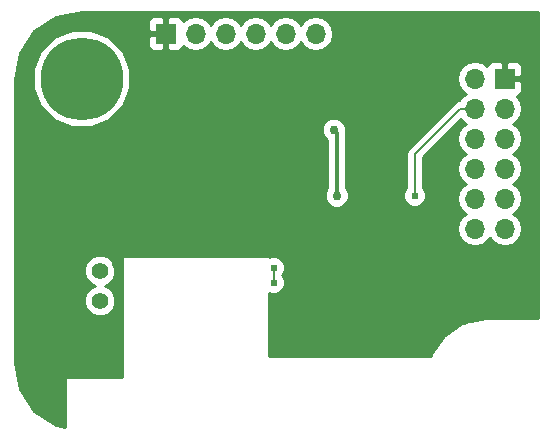
<source format=gbr>
G04 #@! TF.FileFunction,Copper,L2,Bot,Signal*
%FSLAX46Y46*%
G04 Gerber Fmt 4.6, Leading zero omitted, Abs format (unit mm)*
G04 Created by KiCad (PCBNEW 4.0.5) date 04/03/17 14:37:35*
%MOMM*%
%LPD*%
G01*
G04 APERTURE LIST*
%ADD10C,0.100000*%
%ADD11C,7.000000*%
%ADD12R,1.700000X1.700000*%
%ADD13O,1.700000X1.700000*%
%ADD14C,1.400000*%
%ADD15C,0.762000*%
%ADD16C,0.609600*%
%ADD17C,0.152400*%
%ADD18C,0.304800*%
%ADD19C,0.254000*%
G04 APERTURE END LIST*
D10*
D11*
X158750000Y-105410000D03*
D12*
X165862000Y-101600000D03*
D13*
X168402000Y-101600000D03*
X170942000Y-101600000D03*
X173482000Y-101600000D03*
X176022000Y-101600000D03*
X178562000Y-101600000D03*
D14*
X160274000Y-121666000D03*
X160274000Y-124206000D03*
D12*
X194564000Y-105410000D03*
D13*
X192024000Y-105410000D03*
X194564000Y-107950000D03*
X192024000Y-107950000D03*
X194564000Y-110490000D03*
X192024000Y-110490000D03*
X194564000Y-113030000D03*
X192024000Y-113030000D03*
X194564000Y-115570000D03*
X192024000Y-115570000D03*
X194564000Y-118110000D03*
X192024000Y-118110000D03*
D15*
X184658000Y-105410000D03*
X175514000Y-119634000D03*
X175277300Y-110954000D03*
X176564600Y-128368600D03*
X156843900Y-134547800D03*
X161640000Y-121135200D03*
D16*
X186944000Y-115316000D03*
X175006000Y-121412000D03*
X175006000Y-122682000D03*
D15*
X180340000Y-115316000D03*
X180086000Y-109728000D03*
D17*
X190754000Y-107950000D02*
X186944000Y-111760000D01*
X186944000Y-111760000D02*
X186944000Y-115062000D01*
X186944000Y-115062000D02*
X186944000Y-115316000D01*
X175006000Y-121412000D02*
X175006000Y-122682000D01*
X191008000Y-107950000D02*
X190754000Y-107950000D01*
X192024000Y-107950000D02*
X191008000Y-107950000D01*
X191008000Y-107950000D02*
X190945100Y-107950000D01*
D18*
X180340000Y-109982000D02*
X180340000Y-115316000D01*
X180086000Y-109728000D02*
X180340000Y-109982000D01*
D19*
G36*
X197435000Y-125680000D02*
X193040000Y-125680000D01*
X192973830Y-125693162D01*
X191205335Y-126031517D01*
X191103054Y-126073884D01*
X190958406Y-126133798D01*
X189516344Y-127097353D01*
X189390351Y-127223348D01*
X189327353Y-127286345D01*
X188363798Y-128728406D01*
X188303884Y-128873054D01*
X188290651Y-128905000D01*
X174625000Y-128905000D01*
X174625000Y-123541396D01*
X174818242Y-123621637D01*
X175192118Y-123621963D01*
X175537659Y-123479188D01*
X175802259Y-123215049D01*
X175945637Y-122869758D01*
X175945963Y-122495882D01*
X175803188Y-122150341D01*
X175717200Y-122064203D01*
X175717200Y-122029960D01*
X175802259Y-121945049D01*
X175945637Y-121599758D01*
X175945963Y-121225882D01*
X175803188Y-120880341D01*
X175539049Y-120615741D01*
X175193758Y-120472363D01*
X174819882Y-120472037D01*
X174625000Y-120552561D01*
X174625000Y-120523000D01*
X174616315Y-120476841D01*
X174589035Y-120434447D01*
X174547410Y-120406006D01*
X174498000Y-120396000D01*
X162306000Y-120396000D01*
X162259841Y-120404685D01*
X162217447Y-120431965D01*
X162189006Y-120473590D01*
X162179000Y-120523000D01*
X162179000Y-130683000D01*
X157480000Y-130683000D01*
X157433841Y-130691685D01*
X157391447Y-130718965D01*
X157363006Y-130760590D01*
X157353000Y-130810000D01*
X157353000Y-134913790D01*
X156587198Y-134761462D01*
X154753665Y-133536335D01*
X153528538Y-131702802D01*
X153085000Y-129472987D01*
X153085000Y-121930383D01*
X158938769Y-121930383D01*
X159141582Y-122421229D01*
X159516796Y-122797098D01*
X159851527Y-122936091D01*
X159518771Y-123073582D01*
X159142902Y-123448796D01*
X158939232Y-123939287D01*
X158938769Y-124470383D01*
X159141582Y-124961229D01*
X159516796Y-125337098D01*
X160007287Y-125540768D01*
X160538383Y-125541231D01*
X161029229Y-125338418D01*
X161405098Y-124963204D01*
X161608768Y-124472713D01*
X161609231Y-123941617D01*
X161406418Y-123450771D01*
X161031204Y-123074902D01*
X160696473Y-122935909D01*
X161029229Y-122798418D01*
X161405098Y-122423204D01*
X161608768Y-121932713D01*
X161609231Y-121401617D01*
X161406418Y-120910771D01*
X161031204Y-120534902D01*
X160540713Y-120331232D01*
X160009617Y-120330769D01*
X159518771Y-120533582D01*
X159142902Y-120908796D01*
X158939232Y-121399287D01*
X158938769Y-121930383D01*
X153085000Y-121930383D01*
X153085000Y-109929208D01*
X179069824Y-109929208D01*
X179224175Y-110302766D01*
X179509731Y-110588821D01*
X179552600Y-110606622D01*
X179552600Y-114666438D01*
X179479179Y-114739731D01*
X179324176Y-115113018D01*
X179323824Y-115517208D01*
X179478175Y-115890766D01*
X179763731Y-116176821D01*
X180137018Y-116331824D01*
X180541208Y-116332176D01*
X180914766Y-116177825D01*
X181200821Y-115892269D01*
X181355824Y-115518982D01*
X181355838Y-115502118D01*
X186004037Y-115502118D01*
X186146812Y-115847659D01*
X186410951Y-116112259D01*
X186756242Y-116255637D01*
X187130118Y-116255963D01*
X187475659Y-116113188D01*
X187740259Y-115849049D01*
X187883637Y-115503758D01*
X187883963Y-115129882D01*
X187741188Y-114784341D01*
X187655200Y-114698203D01*
X187655200Y-112054588D01*
X190850678Y-108859111D01*
X190944853Y-109000054D01*
X191274026Y-109220000D01*
X190944853Y-109439946D01*
X190622946Y-109921715D01*
X190509907Y-110490000D01*
X190622946Y-111058285D01*
X190944853Y-111540054D01*
X191274026Y-111760000D01*
X190944853Y-111979946D01*
X190622946Y-112461715D01*
X190509907Y-113030000D01*
X190622946Y-113598285D01*
X190944853Y-114080054D01*
X191274026Y-114300000D01*
X190944853Y-114519946D01*
X190622946Y-115001715D01*
X190509907Y-115570000D01*
X190622946Y-116138285D01*
X190944853Y-116620054D01*
X191274026Y-116840000D01*
X190944853Y-117059946D01*
X190622946Y-117541715D01*
X190509907Y-118110000D01*
X190622946Y-118678285D01*
X190944853Y-119160054D01*
X191426622Y-119481961D01*
X191994907Y-119595000D01*
X192053093Y-119595000D01*
X192621378Y-119481961D01*
X193103147Y-119160054D01*
X193294000Y-118874422D01*
X193484853Y-119160054D01*
X193966622Y-119481961D01*
X194534907Y-119595000D01*
X194593093Y-119595000D01*
X195161378Y-119481961D01*
X195643147Y-119160054D01*
X195965054Y-118678285D01*
X196078093Y-118110000D01*
X195965054Y-117541715D01*
X195643147Y-117059946D01*
X195313974Y-116840000D01*
X195643147Y-116620054D01*
X195965054Y-116138285D01*
X196078093Y-115570000D01*
X195965054Y-115001715D01*
X195643147Y-114519946D01*
X195313974Y-114300000D01*
X195643147Y-114080054D01*
X195965054Y-113598285D01*
X196078093Y-113030000D01*
X195965054Y-112461715D01*
X195643147Y-111979946D01*
X195313974Y-111760000D01*
X195643147Y-111540054D01*
X195965054Y-111058285D01*
X196078093Y-110490000D01*
X195965054Y-109921715D01*
X195643147Y-109439946D01*
X195313974Y-109220000D01*
X195643147Y-109000054D01*
X195965054Y-108518285D01*
X196078093Y-107950000D01*
X195965054Y-107381715D01*
X195643147Y-106899946D01*
X195599223Y-106870597D01*
X195773698Y-106798327D01*
X195952327Y-106619699D01*
X196049000Y-106386310D01*
X196049000Y-105695750D01*
X195890250Y-105537000D01*
X194691000Y-105537000D01*
X194691000Y-105557000D01*
X194437000Y-105557000D01*
X194437000Y-105537000D01*
X194417000Y-105537000D01*
X194417000Y-105283000D01*
X194437000Y-105283000D01*
X194437000Y-104083750D01*
X194691000Y-104083750D01*
X194691000Y-105283000D01*
X195890250Y-105283000D01*
X196049000Y-105124250D01*
X196049000Y-104433690D01*
X195952327Y-104200301D01*
X195773698Y-104021673D01*
X195540309Y-103925000D01*
X194849750Y-103925000D01*
X194691000Y-104083750D01*
X194437000Y-104083750D01*
X194278250Y-103925000D01*
X193587691Y-103925000D01*
X193354302Y-104021673D01*
X193175673Y-104200301D01*
X193107097Y-104365858D01*
X193103147Y-104359946D01*
X192621378Y-104038039D01*
X192053093Y-103925000D01*
X191994907Y-103925000D01*
X191426622Y-104038039D01*
X190944853Y-104359946D01*
X190622946Y-104841715D01*
X190509907Y-105410000D01*
X190622946Y-105978285D01*
X190944853Y-106460054D01*
X191274026Y-106680000D01*
X190944853Y-106899946D01*
X190712988Y-107246958D01*
X190481836Y-107292937D01*
X190251106Y-107447105D01*
X186441106Y-111257106D01*
X186286937Y-111487835D01*
X186286937Y-111487836D01*
X186232800Y-111760000D01*
X186232800Y-114698040D01*
X186147741Y-114782951D01*
X186004363Y-115128242D01*
X186004037Y-115502118D01*
X181355838Y-115502118D01*
X181356176Y-115114792D01*
X181201825Y-114741234D01*
X181127400Y-114666679D01*
X181127400Y-109982000D01*
X181101891Y-109853758D01*
X181102176Y-109526792D01*
X180947825Y-109153234D01*
X180662269Y-108867179D01*
X180288982Y-108712176D01*
X179884792Y-108711824D01*
X179511234Y-108866175D01*
X179225179Y-109151731D01*
X179070176Y-109525018D01*
X179069824Y-109929208D01*
X153085000Y-109929208D01*
X153085000Y-106228894D01*
X154614284Y-106228894D01*
X155242474Y-107749229D01*
X156404653Y-108913438D01*
X157923889Y-109544280D01*
X159568894Y-109545716D01*
X161089229Y-108917526D01*
X162253438Y-107755347D01*
X162884280Y-106236111D01*
X162885716Y-104591106D01*
X162257526Y-103070771D01*
X161095347Y-101906562D01*
X161045227Y-101885750D01*
X164377000Y-101885750D01*
X164377000Y-102576309D01*
X164473673Y-102809698D01*
X164652301Y-102988327D01*
X164885690Y-103085000D01*
X165576250Y-103085000D01*
X165735000Y-102926250D01*
X165735000Y-101727000D01*
X164535750Y-101727000D01*
X164377000Y-101885750D01*
X161045227Y-101885750D01*
X159576111Y-101275720D01*
X157931106Y-101274284D01*
X156410771Y-101902474D01*
X155246562Y-103064653D01*
X154615720Y-104583889D01*
X154614284Y-106228894D01*
X153085000Y-106228894D01*
X153085000Y-105477013D01*
X153528538Y-103247198D01*
X154753665Y-101413665D01*
X155935945Y-100623691D01*
X164377000Y-100623691D01*
X164377000Y-101314250D01*
X164535750Y-101473000D01*
X165735000Y-101473000D01*
X165735000Y-100273750D01*
X165989000Y-100273750D01*
X165989000Y-101473000D01*
X166009000Y-101473000D01*
X166009000Y-101727000D01*
X165989000Y-101727000D01*
X165989000Y-102926250D01*
X166147750Y-103085000D01*
X166838310Y-103085000D01*
X167071699Y-102988327D01*
X167250327Y-102809698D01*
X167322597Y-102635223D01*
X167351946Y-102679147D01*
X167833715Y-103001054D01*
X168402000Y-103114093D01*
X168970285Y-103001054D01*
X169452054Y-102679147D01*
X169672000Y-102349974D01*
X169891946Y-102679147D01*
X170373715Y-103001054D01*
X170942000Y-103114093D01*
X171510285Y-103001054D01*
X171992054Y-102679147D01*
X172212000Y-102349974D01*
X172431946Y-102679147D01*
X172913715Y-103001054D01*
X173482000Y-103114093D01*
X174050285Y-103001054D01*
X174532054Y-102679147D01*
X174752000Y-102349974D01*
X174971946Y-102679147D01*
X175453715Y-103001054D01*
X176022000Y-103114093D01*
X176590285Y-103001054D01*
X177072054Y-102679147D01*
X177292000Y-102349974D01*
X177511946Y-102679147D01*
X177993715Y-103001054D01*
X178562000Y-103114093D01*
X179130285Y-103001054D01*
X179612054Y-102679147D01*
X179933961Y-102197378D01*
X180047000Y-101629093D01*
X180047000Y-101570907D01*
X179933961Y-101002622D01*
X179612054Y-100520853D01*
X179130285Y-100198946D01*
X178562000Y-100085907D01*
X177993715Y-100198946D01*
X177511946Y-100520853D01*
X177292000Y-100850026D01*
X177072054Y-100520853D01*
X176590285Y-100198946D01*
X176022000Y-100085907D01*
X175453715Y-100198946D01*
X174971946Y-100520853D01*
X174752000Y-100850026D01*
X174532054Y-100520853D01*
X174050285Y-100198946D01*
X173482000Y-100085907D01*
X172913715Y-100198946D01*
X172431946Y-100520853D01*
X172212000Y-100850026D01*
X171992054Y-100520853D01*
X171510285Y-100198946D01*
X170942000Y-100085907D01*
X170373715Y-100198946D01*
X169891946Y-100520853D01*
X169672000Y-100850026D01*
X169452054Y-100520853D01*
X168970285Y-100198946D01*
X168402000Y-100085907D01*
X167833715Y-100198946D01*
X167351946Y-100520853D01*
X167322597Y-100564777D01*
X167250327Y-100390302D01*
X167071699Y-100211673D01*
X166838310Y-100115000D01*
X166147750Y-100115000D01*
X165989000Y-100273750D01*
X165735000Y-100273750D01*
X165576250Y-100115000D01*
X164885690Y-100115000D01*
X164652301Y-100211673D01*
X164473673Y-100390302D01*
X164377000Y-100623691D01*
X155935945Y-100623691D01*
X156587198Y-100188538D01*
X158817012Y-99745000D01*
X197435000Y-99745000D01*
X197435000Y-125680000D01*
X197435000Y-125680000D01*
G37*
X197435000Y-125680000D02*
X193040000Y-125680000D01*
X192973830Y-125693162D01*
X191205335Y-126031517D01*
X191103054Y-126073884D01*
X190958406Y-126133798D01*
X189516344Y-127097353D01*
X189390351Y-127223348D01*
X189327353Y-127286345D01*
X188363798Y-128728406D01*
X188303884Y-128873054D01*
X188290651Y-128905000D01*
X174625000Y-128905000D01*
X174625000Y-123541396D01*
X174818242Y-123621637D01*
X175192118Y-123621963D01*
X175537659Y-123479188D01*
X175802259Y-123215049D01*
X175945637Y-122869758D01*
X175945963Y-122495882D01*
X175803188Y-122150341D01*
X175717200Y-122064203D01*
X175717200Y-122029960D01*
X175802259Y-121945049D01*
X175945637Y-121599758D01*
X175945963Y-121225882D01*
X175803188Y-120880341D01*
X175539049Y-120615741D01*
X175193758Y-120472363D01*
X174819882Y-120472037D01*
X174625000Y-120552561D01*
X174625000Y-120523000D01*
X174616315Y-120476841D01*
X174589035Y-120434447D01*
X174547410Y-120406006D01*
X174498000Y-120396000D01*
X162306000Y-120396000D01*
X162259841Y-120404685D01*
X162217447Y-120431965D01*
X162189006Y-120473590D01*
X162179000Y-120523000D01*
X162179000Y-130683000D01*
X157480000Y-130683000D01*
X157433841Y-130691685D01*
X157391447Y-130718965D01*
X157363006Y-130760590D01*
X157353000Y-130810000D01*
X157353000Y-134913790D01*
X156587198Y-134761462D01*
X154753665Y-133536335D01*
X153528538Y-131702802D01*
X153085000Y-129472987D01*
X153085000Y-121930383D01*
X158938769Y-121930383D01*
X159141582Y-122421229D01*
X159516796Y-122797098D01*
X159851527Y-122936091D01*
X159518771Y-123073582D01*
X159142902Y-123448796D01*
X158939232Y-123939287D01*
X158938769Y-124470383D01*
X159141582Y-124961229D01*
X159516796Y-125337098D01*
X160007287Y-125540768D01*
X160538383Y-125541231D01*
X161029229Y-125338418D01*
X161405098Y-124963204D01*
X161608768Y-124472713D01*
X161609231Y-123941617D01*
X161406418Y-123450771D01*
X161031204Y-123074902D01*
X160696473Y-122935909D01*
X161029229Y-122798418D01*
X161405098Y-122423204D01*
X161608768Y-121932713D01*
X161609231Y-121401617D01*
X161406418Y-120910771D01*
X161031204Y-120534902D01*
X160540713Y-120331232D01*
X160009617Y-120330769D01*
X159518771Y-120533582D01*
X159142902Y-120908796D01*
X158939232Y-121399287D01*
X158938769Y-121930383D01*
X153085000Y-121930383D01*
X153085000Y-109929208D01*
X179069824Y-109929208D01*
X179224175Y-110302766D01*
X179509731Y-110588821D01*
X179552600Y-110606622D01*
X179552600Y-114666438D01*
X179479179Y-114739731D01*
X179324176Y-115113018D01*
X179323824Y-115517208D01*
X179478175Y-115890766D01*
X179763731Y-116176821D01*
X180137018Y-116331824D01*
X180541208Y-116332176D01*
X180914766Y-116177825D01*
X181200821Y-115892269D01*
X181355824Y-115518982D01*
X181355838Y-115502118D01*
X186004037Y-115502118D01*
X186146812Y-115847659D01*
X186410951Y-116112259D01*
X186756242Y-116255637D01*
X187130118Y-116255963D01*
X187475659Y-116113188D01*
X187740259Y-115849049D01*
X187883637Y-115503758D01*
X187883963Y-115129882D01*
X187741188Y-114784341D01*
X187655200Y-114698203D01*
X187655200Y-112054588D01*
X190850678Y-108859111D01*
X190944853Y-109000054D01*
X191274026Y-109220000D01*
X190944853Y-109439946D01*
X190622946Y-109921715D01*
X190509907Y-110490000D01*
X190622946Y-111058285D01*
X190944853Y-111540054D01*
X191274026Y-111760000D01*
X190944853Y-111979946D01*
X190622946Y-112461715D01*
X190509907Y-113030000D01*
X190622946Y-113598285D01*
X190944853Y-114080054D01*
X191274026Y-114300000D01*
X190944853Y-114519946D01*
X190622946Y-115001715D01*
X190509907Y-115570000D01*
X190622946Y-116138285D01*
X190944853Y-116620054D01*
X191274026Y-116840000D01*
X190944853Y-117059946D01*
X190622946Y-117541715D01*
X190509907Y-118110000D01*
X190622946Y-118678285D01*
X190944853Y-119160054D01*
X191426622Y-119481961D01*
X191994907Y-119595000D01*
X192053093Y-119595000D01*
X192621378Y-119481961D01*
X193103147Y-119160054D01*
X193294000Y-118874422D01*
X193484853Y-119160054D01*
X193966622Y-119481961D01*
X194534907Y-119595000D01*
X194593093Y-119595000D01*
X195161378Y-119481961D01*
X195643147Y-119160054D01*
X195965054Y-118678285D01*
X196078093Y-118110000D01*
X195965054Y-117541715D01*
X195643147Y-117059946D01*
X195313974Y-116840000D01*
X195643147Y-116620054D01*
X195965054Y-116138285D01*
X196078093Y-115570000D01*
X195965054Y-115001715D01*
X195643147Y-114519946D01*
X195313974Y-114300000D01*
X195643147Y-114080054D01*
X195965054Y-113598285D01*
X196078093Y-113030000D01*
X195965054Y-112461715D01*
X195643147Y-111979946D01*
X195313974Y-111760000D01*
X195643147Y-111540054D01*
X195965054Y-111058285D01*
X196078093Y-110490000D01*
X195965054Y-109921715D01*
X195643147Y-109439946D01*
X195313974Y-109220000D01*
X195643147Y-109000054D01*
X195965054Y-108518285D01*
X196078093Y-107950000D01*
X195965054Y-107381715D01*
X195643147Y-106899946D01*
X195599223Y-106870597D01*
X195773698Y-106798327D01*
X195952327Y-106619699D01*
X196049000Y-106386310D01*
X196049000Y-105695750D01*
X195890250Y-105537000D01*
X194691000Y-105537000D01*
X194691000Y-105557000D01*
X194437000Y-105557000D01*
X194437000Y-105537000D01*
X194417000Y-105537000D01*
X194417000Y-105283000D01*
X194437000Y-105283000D01*
X194437000Y-104083750D01*
X194691000Y-104083750D01*
X194691000Y-105283000D01*
X195890250Y-105283000D01*
X196049000Y-105124250D01*
X196049000Y-104433690D01*
X195952327Y-104200301D01*
X195773698Y-104021673D01*
X195540309Y-103925000D01*
X194849750Y-103925000D01*
X194691000Y-104083750D01*
X194437000Y-104083750D01*
X194278250Y-103925000D01*
X193587691Y-103925000D01*
X193354302Y-104021673D01*
X193175673Y-104200301D01*
X193107097Y-104365858D01*
X193103147Y-104359946D01*
X192621378Y-104038039D01*
X192053093Y-103925000D01*
X191994907Y-103925000D01*
X191426622Y-104038039D01*
X190944853Y-104359946D01*
X190622946Y-104841715D01*
X190509907Y-105410000D01*
X190622946Y-105978285D01*
X190944853Y-106460054D01*
X191274026Y-106680000D01*
X190944853Y-106899946D01*
X190712988Y-107246958D01*
X190481836Y-107292937D01*
X190251106Y-107447105D01*
X186441106Y-111257106D01*
X186286937Y-111487835D01*
X186286937Y-111487836D01*
X186232800Y-111760000D01*
X186232800Y-114698040D01*
X186147741Y-114782951D01*
X186004363Y-115128242D01*
X186004037Y-115502118D01*
X181355838Y-115502118D01*
X181356176Y-115114792D01*
X181201825Y-114741234D01*
X181127400Y-114666679D01*
X181127400Y-109982000D01*
X181101891Y-109853758D01*
X181102176Y-109526792D01*
X180947825Y-109153234D01*
X180662269Y-108867179D01*
X180288982Y-108712176D01*
X179884792Y-108711824D01*
X179511234Y-108866175D01*
X179225179Y-109151731D01*
X179070176Y-109525018D01*
X179069824Y-109929208D01*
X153085000Y-109929208D01*
X153085000Y-106228894D01*
X154614284Y-106228894D01*
X155242474Y-107749229D01*
X156404653Y-108913438D01*
X157923889Y-109544280D01*
X159568894Y-109545716D01*
X161089229Y-108917526D01*
X162253438Y-107755347D01*
X162884280Y-106236111D01*
X162885716Y-104591106D01*
X162257526Y-103070771D01*
X161095347Y-101906562D01*
X161045227Y-101885750D01*
X164377000Y-101885750D01*
X164377000Y-102576309D01*
X164473673Y-102809698D01*
X164652301Y-102988327D01*
X164885690Y-103085000D01*
X165576250Y-103085000D01*
X165735000Y-102926250D01*
X165735000Y-101727000D01*
X164535750Y-101727000D01*
X164377000Y-101885750D01*
X161045227Y-101885750D01*
X159576111Y-101275720D01*
X157931106Y-101274284D01*
X156410771Y-101902474D01*
X155246562Y-103064653D01*
X154615720Y-104583889D01*
X154614284Y-106228894D01*
X153085000Y-106228894D01*
X153085000Y-105477013D01*
X153528538Y-103247198D01*
X154753665Y-101413665D01*
X155935945Y-100623691D01*
X164377000Y-100623691D01*
X164377000Y-101314250D01*
X164535750Y-101473000D01*
X165735000Y-101473000D01*
X165735000Y-100273750D01*
X165989000Y-100273750D01*
X165989000Y-101473000D01*
X166009000Y-101473000D01*
X166009000Y-101727000D01*
X165989000Y-101727000D01*
X165989000Y-102926250D01*
X166147750Y-103085000D01*
X166838310Y-103085000D01*
X167071699Y-102988327D01*
X167250327Y-102809698D01*
X167322597Y-102635223D01*
X167351946Y-102679147D01*
X167833715Y-103001054D01*
X168402000Y-103114093D01*
X168970285Y-103001054D01*
X169452054Y-102679147D01*
X169672000Y-102349974D01*
X169891946Y-102679147D01*
X170373715Y-103001054D01*
X170942000Y-103114093D01*
X171510285Y-103001054D01*
X171992054Y-102679147D01*
X172212000Y-102349974D01*
X172431946Y-102679147D01*
X172913715Y-103001054D01*
X173482000Y-103114093D01*
X174050285Y-103001054D01*
X174532054Y-102679147D01*
X174752000Y-102349974D01*
X174971946Y-102679147D01*
X175453715Y-103001054D01*
X176022000Y-103114093D01*
X176590285Y-103001054D01*
X177072054Y-102679147D01*
X177292000Y-102349974D01*
X177511946Y-102679147D01*
X177993715Y-103001054D01*
X178562000Y-103114093D01*
X179130285Y-103001054D01*
X179612054Y-102679147D01*
X179933961Y-102197378D01*
X180047000Y-101629093D01*
X180047000Y-101570907D01*
X179933961Y-101002622D01*
X179612054Y-100520853D01*
X179130285Y-100198946D01*
X178562000Y-100085907D01*
X177993715Y-100198946D01*
X177511946Y-100520853D01*
X177292000Y-100850026D01*
X177072054Y-100520853D01*
X176590285Y-100198946D01*
X176022000Y-100085907D01*
X175453715Y-100198946D01*
X174971946Y-100520853D01*
X174752000Y-100850026D01*
X174532054Y-100520853D01*
X174050285Y-100198946D01*
X173482000Y-100085907D01*
X172913715Y-100198946D01*
X172431946Y-100520853D01*
X172212000Y-100850026D01*
X171992054Y-100520853D01*
X171510285Y-100198946D01*
X170942000Y-100085907D01*
X170373715Y-100198946D01*
X169891946Y-100520853D01*
X169672000Y-100850026D01*
X169452054Y-100520853D01*
X168970285Y-100198946D01*
X168402000Y-100085907D01*
X167833715Y-100198946D01*
X167351946Y-100520853D01*
X167322597Y-100564777D01*
X167250327Y-100390302D01*
X167071699Y-100211673D01*
X166838310Y-100115000D01*
X166147750Y-100115000D01*
X165989000Y-100273750D01*
X165735000Y-100273750D01*
X165576250Y-100115000D01*
X164885690Y-100115000D01*
X164652301Y-100211673D01*
X164473673Y-100390302D01*
X164377000Y-100623691D01*
X155935945Y-100623691D01*
X156587198Y-100188538D01*
X158817012Y-99745000D01*
X197435000Y-99745000D01*
X197435000Y-125680000D01*
M02*

</source>
